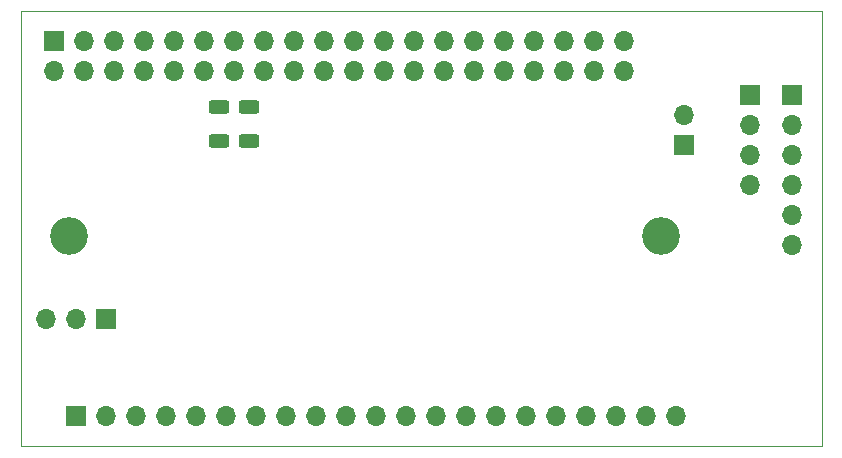
<source format=gbr>
%TF.GenerationSoftware,KiCad,Pcbnew,(6.0.7)*%
%TF.CreationDate,2022-12-20T14:52:23+01:00*%
%TF.ProjectId,bsmce04u-pp_GRBL_mod,62736d63-6530-4347-952d-70705f475242,rev?*%
%TF.SameCoordinates,Original*%
%TF.FileFunction,Soldermask,Bot*%
%TF.FilePolarity,Negative*%
%FSLAX46Y46*%
G04 Gerber Fmt 4.6, Leading zero omitted, Abs format (unit mm)*
G04 Created by KiCad (PCBNEW (6.0.7)) date 2022-12-20 14:52:23*
%MOMM*%
%LPD*%
G01*
G04 APERTURE LIST*
G04 Aperture macros list*
%AMRoundRect*
0 Rectangle with rounded corners*
0 $1 Rounding radius*
0 $2 $3 $4 $5 $6 $7 $8 $9 X,Y pos of 4 corners*
0 Add a 4 corners polygon primitive as box body*
4,1,4,$2,$3,$4,$5,$6,$7,$8,$9,$2,$3,0*
0 Add four circle primitives for the rounded corners*
1,1,$1+$1,$2,$3*
1,1,$1+$1,$4,$5*
1,1,$1+$1,$6,$7*
1,1,$1+$1,$8,$9*
0 Add four rect primitives between the rounded corners*
20,1,$1+$1,$2,$3,$4,$5,0*
20,1,$1+$1,$4,$5,$6,$7,0*
20,1,$1+$1,$6,$7,$8,$9,0*
20,1,$1+$1,$8,$9,$2,$3,0*%
G04 Aperture macros list end*
%TA.AperFunction,Profile*%
%ADD10C,0.100000*%
%TD*%
%ADD11R,1.700000X1.700000*%
%ADD12O,1.700000X1.700000*%
%ADD13C,3.200000*%
%ADD14RoundRect,0.250000X-0.625000X0.312500X-0.625000X-0.312500X0.625000X-0.312500X0.625000X0.312500X0*%
G04 APERTURE END LIST*
D10*
X161544000Y-33020000D02*
X161544000Y-69850000D01*
X93726000Y-69850000D02*
X93726000Y-33020000D01*
X93726000Y-33020000D02*
X161544000Y-33020000D01*
X161544000Y-69850000D02*
X93726000Y-69850000D01*
D11*
%TO.C,J4*%
X155448000Y-40132000D03*
D12*
X155448000Y-42672000D03*
X155448000Y-45212000D03*
X155448000Y-47752000D03*
%TD*%
D11*
%TO.C,J5*%
X159004000Y-40132000D03*
D12*
X159004000Y-42672000D03*
X159004000Y-45212000D03*
X159004000Y-47752000D03*
X159004000Y-50292000D03*
X159004000Y-52832000D03*
%TD*%
D11*
%TO.C,J2*%
X149860000Y-44328000D03*
D12*
X149860000Y-41788000D03*
%TD*%
D11*
%TO.C,J3*%
X100965000Y-59055000D03*
D12*
X98425000Y-59055000D03*
X95885000Y-59055000D03*
%TD*%
D11*
%TO.C,C_BS1*%
X98425000Y-67305000D03*
D12*
X100965000Y-67305000D03*
X103505000Y-67305000D03*
X106045000Y-67305000D03*
X108585000Y-67305000D03*
X111125000Y-67305000D03*
X113665000Y-67305000D03*
X116205000Y-67305000D03*
X118745000Y-67305000D03*
X121285000Y-67305000D03*
X123825000Y-67305000D03*
X126365000Y-67305000D03*
X128905000Y-67305000D03*
X131445000Y-67305000D03*
X133985000Y-67305000D03*
X136525000Y-67305000D03*
X139065000Y-67305000D03*
X141605000Y-67305000D03*
X144145000Y-67305000D03*
X146685000Y-67305000D03*
X149225000Y-67305000D03*
%TD*%
D13*
%TO.C,H2*%
X97790000Y-52070000D03*
%TD*%
%TO.C,H1*%
X147955000Y-52070000D03*
%TD*%
D11*
%TO.C,J1*%
X96520000Y-35560000D03*
D12*
X99060000Y-35560000D03*
X101600000Y-35560000D03*
X104140000Y-35560000D03*
X106680000Y-35560000D03*
X109220000Y-35560000D03*
X111760000Y-35560000D03*
X114300000Y-35560000D03*
X116840000Y-35560000D03*
X119380000Y-35560000D03*
X121920000Y-35560000D03*
X124460000Y-35560000D03*
X127000000Y-35560000D03*
X129540000Y-35560000D03*
X132080000Y-35560000D03*
X134620000Y-35560000D03*
X137160000Y-35560000D03*
X139700000Y-35560000D03*
X142240000Y-35560000D03*
X144780000Y-35560000D03*
X144780000Y-38100000D03*
X142240000Y-38100000D03*
X139700000Y-38100000D03*
X137160000Y-38100000D03*
X134620000Y-38100000D03*
X132080000Y-38100000D03*
X129540000Y-38100000D03*
X127000000Y-38100000D03*
X124460000Y-38100000D03*
X121920000Y-38100000D03*
X119380000Y-38100000D03*
X116840000Y-38100000D03*
X114300000Y-38100000D03*
X111760000Y-38100000D03*
X109220000Y-38100000D03*
X106680000Y-38100000D03*
X104140000Y-38100000D03*
X101600000Y-38100000D03*
X99060000Y-38100000D03*
X96520000Y-38100000D03*
%TD*%
D14*
%TO.C,R3*%
X110490000Y-41082500D03*
X110490000Y-44007500D03*
%TD*%
%TO.C,R6*%
X113030000Y-41082500D03*
X113030000Y-44007500D03*
%TD*%
M02*

</source>
